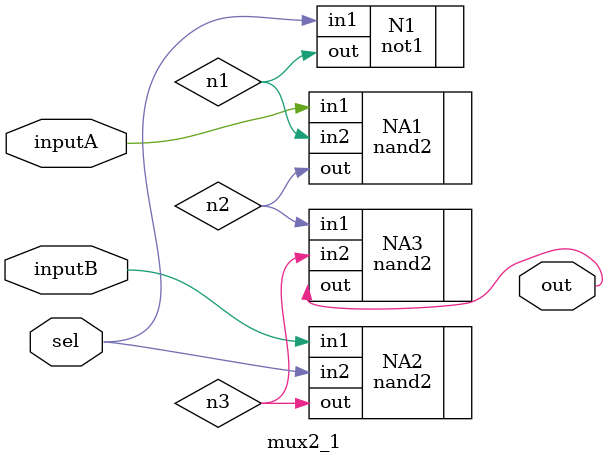
<source format=v>
/*
    CS/ECE 552 Spring '23
    Homework #1, Problem 1
	Authors: Yeon Jae Cho
    Group: 18
    2-1 mux template
*/
`default_nettype none
module mux2_1(out, inputA, inputB, sel);
    output wire  out;
    input wire  inputA, inputB;
    input wire  sel;

    // YOUR CODE HERE
wire n1, n2, n3;

not1 N1(.in1(sel), .out(n1));

nand2 NA1(.in1(inputA), .in2(n1), .out(n2));
nand2 NA2(.in1(inputB), .in2(sel), .out(n3));

nand2 NA3(.in1(n2), .in2(n3), .out(out));

    
endmodule
`default_nettype wire

</source>
